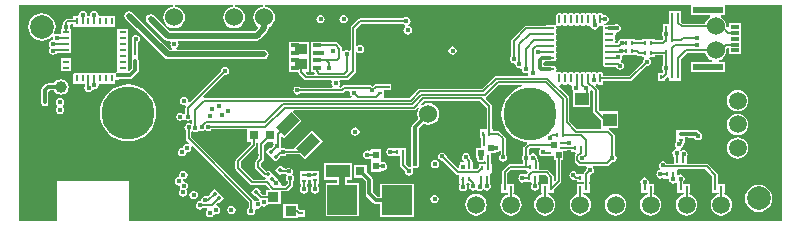
<source format=gbl>
%FSTAX23Y23*%
%MOIN*%
%SFA1B1*%

%IPPOS*%
%AMD41*
4,1,4,-0.001400,0.008300,-0.008300,0.001400,0.001400,-0.008300,0.008300,-0.001400,-0.001400,0.008300,0.0*
%
%AMD82*
4,1,4,-0.008300,-0.001400,-0.001400,-0.008300,0.008300,0.001400,0.001400,0.008300,-0.008300,-0.001400,0.0*
%
%AMD83*
4,1,4,-0.039000,-0.011100,-0.011100,-0.039000,0.039000,0.011100,0.011100,0.039000,-0.039000,-0.011100,0.0*
%
%ADD12R,0.007900X0.015700*%
%ADD13R,0.019700X0.019700*%
%ADD14C,0.039400*%
%ADD15R,0.078700X0.043300*%
%ADD16R,0.031500X0.031500*%
%ADD20R,0.011000X0.016900*%
%ADD21R,0.015700X0.007900*%
%ADD22R,0.019700X0.019700*%
%ADD26R,0.013800X0.009800*%
%ADD27R,0.016900X0.011000*%
%ADD40R,0.009800X0.013800*%
G04~CAMADD=41~9~0.0~0.0~98.0~138.0~0.0~0.0~0~0.0~0.0~0.0~0.0~0~0.0~0.0~0.0~0.0~0~0.0~0.0~0.0~45.0~166.0~165.0*
%ADD41D41*%
%ADD47C,0.011800*%
%ADD48C,0.005900*%
%ADD51C,0.008000*%
%ADD52C,0.019700*%
%ADD54C,0.007900*%
%ADD55C,0.059100*%
%ADD56C,0.060000*%
%ADD57O,0.063000X0.035400*%
%ADD58C,0.019700*%
%ADD59C,0.078700*%
%ADD60C,0.177200*%
%ADD61C,0.015700*%
%ADD62C,0.026000*%
%ADD73R,0.047200X0.043300*%
%ADD74R,0.029500X0.031500*%
%ADD75R,0.023600X0.009800*%
%ADD76R,0.009800X0.023600*%
%ADD77R,0.141700X0.141700*%
%ADD78R,0.017100X0.017100*%
%ADD79R,0.031500X0.013800*%
%ADD80R,0.102400X0.023600*%
%ADD81R,0.098400X0.098400*%
G04~CAMADD=82~9~0.0~0.0~98.0~138.0~0.0~0.0~0~0.0~0.0~0.0~0.0~0~0.0~0.0~0.0~0.0~0~0.0~0.0~0.0~135.0~166.0~165.0*
%ADD82D82*%
G04~CAMADD=83~9~0.0~0.0~394.0~709.0~0.0~0.0~0~0.0~0.0~0.0~0.0~0~0.0~0.0~0.0~0.0~0~0.0~0.0~0.0~135.0~780.0~779.0*
%ADD83D83*%
%ADD84R,0.037400X0.033500*%
%ADD85R,0.129900X0.129900*%
%ADD86O,0.031500X0.009800*%
%ADD87O,0.009800X0.031500*%
%ADD88R,0.021700X0.023600*%
%ADD89R,0.027600X0.011800*%
%ADD90R,0.039400X0.037300*%
%ADD91R,0.039400X0.037200*%
%LNvapeix_mini_pcb-1*%
%LPD*%
G36*
X04548Y03004D02*
X0237D01*
X02369Y03008*
Y03009*
Y03136*
X02132*
Y03009*
Y03008*
X0213Y03004*
X02004*
Y03722*
X02517*
X02517Y03717*
X02511Y03717*
X02502Y03713*
X02495Y03707*
X02489Y037*
X02486Y03691*
X02484Y03682*
X02486Y03672*
X02489Y03663*
X02495Y03656*
X02502Y0365*
X02511Y03647*
X02521Y03645*
X0253Y03647*
X02539Y0365*
X02546Y03656*
X02552Y03663*
X02556Y03672*
X02557Y03682*
X02556Y03691*
X02552Y037*
X02546Y03707*
X02539Y03713*
X0253Y03717*
X02524Y03717*
X02524Y03722*
X02717*
X02717Y03717*
X02711Y03717*
X02702Y03713*
X02695Y03707*
X02689Y037*
X02686Y03691*
X02684Y03682*
X02686Y03672*
X02689Y03663*
X02695Y03656*
X02702Y0365*
X02711Y03647*
X02721Y03645*
X0273Y03647*
X02739Y0365*
X02746Y03656*
X02752Y03663*
X02756Y03672*
X02757Y03682*
X02756Y03691*
X02752Y037*
X02746Y03707*
X02739Y03713*
X0273Y03717*
X02724Y03717*
X02724Y03722*
X02817*
X02817Y03717*
X02811Y03717*
X02802Y03713*
X02795Y03707*
X02789Y037*
X02786Y03691*
X02784Y03682*
X02786Y03672*
X02789Y03663*
X02795Y03656*
X02798Y03653*
X02799Y03647*
X02789Y03637*
X02505*
X02454Y03688*
X02449Y03691*
X02443Y03693*
X02436Y03691*
X02431Y03688*
X02428Y03683*
X02426Y03677*
X02428Y0367*
X02431Y03665*
X02487Y03609*
X02492Y03606*
X02499Y03604*
X02508*
X0251Y03599*
X02509Y03597*
X02508Y03592*
X02509Y03586*
X02512Y03582*
X02515Y03579*
X02513Y03574*
X02505*
X02382Y03698*
X02377Y03701*
X02371Y03703*
X02364Y03701*
X02359Y03698*
X02356Y03693*
X02354Y03687*
X02356Y0368*
X02359Y03675*
X02487Y03547*
X02493Y03544*
X02499Y03542*
X02821*
X02827Y03544*
X02832Y03547*
X02835Y03552*
X02837Y03558*
X02835Y03564*
X02832Y0357*
X02827Y03573*
X02821Y03574*
X0253*
X02528Y03579*
X02531Y03582*
X02535Y03586*
X02536Y03592*
X02535Y03597*
X02533Y03599*
X02535Y03604*
X02796*
X02802Y03606*
X02807Y03609*
X02832Y03634*
X02835Y03639*
X02837Y03646*
Y03649*
X02839Y0365*
X02846Y03656*
X02852Y03663*
X02856Y03672*
X02857Y03682*
X02856Y03691*
X02852Y037*
X02846Y03707*
X02839Y03713*
X0283Y03717*
X02824Y03717*
X02824Y03722*
X04243*
Y03688*
X04307*
X04308Y03683*
X04307Y03683*
X043Y03677*
X04294Y0367*
X04291Y03661*
Y03661*
X04216*
X0421Y03667*
Y03675*
X04212*
Y03704*
X04169*
Y03675*
X04171Y03671*
Y03659*
X04149*
Y03635*
X04147Y03632*
X04146Y03627*
X04147Y03621*
X04149Y03618*
Y03608*
X04146Y03606*
X04123*
Y03611*
X0408*
Y03605*
X04057*
Y03608*
X04018*
X04018Y03609*
X04013Y0361*
X04007Y03609*
X04003Y03605*
X04Y03601*
X03999Y03596*
X03998Y03595*
X03993*
X03991Y036*
X03992Y03602*
X03993Y03606*
X03992Y0361*
X03991Y03613*
X0399Y03616*
X03991Y03619*
X03992Y03622*
X03993Y03626*
X03993Y03627*
X03995Y03631*
X03996Y03632*
X04001Y03633*
X04005Y03636*
X04009Y0364*
X0401Y03646*
X04009Y03651*
X04005Y03655*
X04001Y03659*
X03996Y0366*
X0399Y03659*
X03989Y03657*
X03971*
X03966Y03657*
X03966Y03656*
X0396*
X03958Y03656*
X03954Y03659*
X03954Y0366*
X03956Y03661*
X03961Y03662*
X03965Y03665*
X03969Y0367*
X0397Y03675*
X03969Y0368*
X03965Y03685*
X03961Y03688*
X03956Y03689*
X03954Y03689*
X03952Y0369*
X03949Y03694*
X03946Y03696*
X03941Y03697*
X03937Y03696*
X03935Y03695*
X03932Y03694*
X03928Y03695*
X03926Y03696*
X03922Y03697*
X03918Y03696*
X03915Y03695*
X03912Y03694*
X03909Y03695*
X03906Y03696*
X03902Y03697*
X03898Y03696*
X03896Y03695*
X03892Y03694*
X03889Y03695*
X03887Y03696*
X03882Y03697*
X03878Y03696*
X03876Y03695*
X03873Y03694*
X03869Y03695*
X03867Y03696*
X03863Y03697*
X03858Y03696*
X03856Y03695*
X03853Y03694*
X03849Y03695*
X03847Y03696*
X03843Y03697*
X03839Y03696*
X03837Y03695*
X03833Y03694*
X0383Y03695*
X03828Y03696*
X03823Y03697*
X03819Y03696*
X03817Y03695*
X03813Y03694*
X0381Y03695*
X03808Y03696*
X03804Y03697*
X03799Y03696*
X03796Y03694*
X03793Y0369*
X03793Y03686*
Y03664*
X03793Y0366*
X03795Y03658*
X03791Y03654*
X03789Y03656*
X03785Y03656*
X03763*
X03759Y03656*
X03757Y03654*
X03695*
X03692Y03654*
X03689Y03652*
X03646Y03609*
X03644Y03606*
X03644Y03603*
Y03554*
X03643Y03553*
X0364Y03549*
X03639Y03544*
X0364Y03538*
X03643Y03534*
X03647Y03531*
X03653Y03529*
X03653Y0353*
X03657Y03527*
X03659Y03521*
X03662Y03517*
X03666Y03514*
X03672Y03512*
X03674Y03513*
X03678Y0351*
X03679Y03509*
X0368Y03504*
X03683Y035*
X03687Y03497*
X03693Y03495*
X03697Y03496*
X03699Y03496*
X03702Y03493*
X03702Y03491*
X037Y03486*
X03594*
X0359Y03486*
X03587Y03484*
X03548Y03444*
X0334*
X03336Y03444*
X03333Y03442*
X03305Y03413*
X03221*
X0322Y03418*
Y03438*
X03245*
Y03459*
X0322*
Y03461*
X03191*
Y03458*
X0319Y03458*
X03187Y03456*
X03183Y03451*
X03182Y03452*
X0318Y03451*
X03179Y03453*
X03176Y03455*
X03173Y03455*
X03088*
X03085Y03455*
X03082Y03453*
X03077Y03447*
X03072Y03448*
X03071Y03449*
X0307Y03452*
X03073Y03456*
X03074Y03462*
X03073Y03467*
X03072Y03468*
X03075Y03473*
X03097*
X031Y03473*
X03103Y03475*
X03124Y03496*
X03126Y03499*
X03127Y03503*
Y03564*
X03128Y03565*
X03132Y03566*
X03135Y03563*
X03141Y03562*
X03146Y03563*
X0315Y03566*
X03154Y03571*
X03155Y03576*
X03154Y03582*
X0315Y03586*
X03146Y03589*
X03141Y0359*
X03135Y03589*
X03132Y03587*
X03128Y03588*
X03127Y03589*
Y03642*
X03144Y0366*
X03284*
X03285Y03659*
X03289Y03656*
X03291Y03655*
X03292Y0365*
X0329Y03648*
X03287Y03644*
X03285Y03639*
X03287Y03633*
X0329Y03629*
X03294Y03626*
X033Y03624*
X03305Y03626*
X03309Y03629*
X03313Y03633*
X03314Y03639*
X03313Y03644*
X03309Y03648*
X03305Y03652*
X03303Y03652*
X03302Y03657*
X03304Y03659*
X03308Y03663*
X03309Y03669*
X03308Y03674*
X03304Y03678*
X033Y03682*
X03295Y03683*
X03289Y03682*
X03285Y03678*
X03284Y03678*
X03141*
X03137Y03677*
X03134Y03675*
X03111Y03652*
X03109Y03649*
X03109Y03646*
Y03573*
X03104Y03571*
X03101Y03573*
X03096Y03574*
X0309Y03573*
X03087Y0357*
X03083Y03571*
X03082Y03572*
Y03576*
X03081Y03579*
X03079Y03583*
X03066Y03596*
X03062Y03598*
X03059Y03599*
X03015*
Y036*
X02976*
Y03577*
Y03575*
Y03572*
Y03554*
Y03551*
Y03549*
Y03526*
Y03524*
Y035*
X02987*
X02987Y03498*
X02989Y03496*
X02988Y03493*
X02987Y03491*
X02964*
X02959Y03496*
X02961Y035*
X0297*
Y03546*
Y03549*
Y03554*
Y036*
X02919*
X02903*
Y03577*
Y03575*
Y03554*
Y03551*
Y03546*
Y03526*
Y03524*
Y035*
X02935*
Y03498*
X02936Y03494*
X02938Y03491*
X02954Y03475*
X02957Y03473*
X02961Y03473*
X03044*
X03047Y03468*
X03047Y03467*
X03045Y03462*
X03047Y03456*
X03049Y03452*
X03048Y03449*
X03047Y03447*
X02942*
X02942Y03448*
X02937Y03451*
X02932Y03452*
X02926Y03451*
X02922Y03448*
X02919Y03444*
X02918Y03438*
X02919Y03433*
X02922Y03428*
X02926Y03425*
X02932Y03424*
X02937Y03425*
X02942Y03428*
X02942Y03429*
X0308*
X03084Y0343*
X03087Y03432*
X03092Y03437*
X03104*
X03107Y03432*
X03107Y0343*
X03108Y03424*
X03111Y0342*
X03113Y03418*
X03111Y03413*
X02622*
X0262Y03413*
X02619Y03415*
X02618Y03417*
X02688Y03488*
X0269Y03488*
X02695Y03489*
X02699Y03492*
X02703Y03496*
X02704Y03502*
X02703Y03507*
X02699Y03512*
X02695Y03515*
X0269Y03516*
X02684Y03515*
X0268Y03512*
X02677Y03507*
X02676Y03502*
X02676Y03501*
X02573Y03398*
X02568Y034*
X02568Y03402*
X02567Y03407*
X02564Y03412*
X0256Y03415*
X02554Y03416*
X02549Y03415*
X02544Y03412*
X02541Y03407*
X0254Y03402*
X02541Y03396*
X02544Y03392*
X02549Y03389*
X02554Y03388*
X02556Y03388*
X02559Y03383*
X02559Y03383*
X02558Y03379*
Y03361*
X02557Y0336*
X02557Y0336*
X02552*
X02551Y0336*
X02547Y03364*
X02542Y03365*
X02536Y03364*
X02532Y0336*
X02529Y03356*
X02528Y03351*
X02529Y03345*
X02532Y03341*
X02536Y03338*
X02542Y03337*
X02547Y03338*
X02551Y03341*
X02552Y03341*
X02557*
X02557Y03341*
X02562Y03338*
X02567Y03337*
X02572Y03338*
X02577Y0334*
X02579Y0334*
X02582Y03338*
Y03328*
X02577Y03326*
X02576Y03326*
X02574Y03328*
X02569Y03329*
X02563Y03328*
X02559Y03324*
X02556Y0332*
X02554Y03315*
X02556Y03309*
X02559Y03305*
X0256Y03304*
Y03279*
X0256Y03275*
X02562Y03272*
X0257Y03264*
X02567Y0326*
X02564Y03261*
X02558Y0326*
X02554Y03256*
X02551Y03252*
X0255Y0325*
X02548Y03246*
X02545Y03245*
X02542Y03245*
X02538Y03241*
X02535Y03237*
X02534Y03232*
X02535Y03226*
X02538Y03222*
X02542Y03219*
X02548Y03218*
X02553Y03219*
X02557Y03222*
X02561Y03226*
X02561Y03228*
X02563Y03232*
X02566Y03233*
X02569Y03234*
X02573Y03237*
X02577Y03241*
X02578Y03247*
X02577Y0325*
X02581Y03253*
X02769Y03066*
Y03047*
X02768Y03046*
X02765Y03042*
X02764Y03037*
X02765Y03031*
X02768Y03027*
X02772Y03024*
X02778Y03022*
X02783Y03024*
X02787Y03027*
X02791Y03031*
X02792Y03037*
X02791Y0304*
X02791Y03041*
X02794Y03044*
X02795Y03044*
X02799Y03044*
X02804Y03045*
X02808Y03048*
X02812Y03052*
X02813Y03053*
X02814Y03052*
X0282Y03051*
X02825Y03052*
X02829Y03055*
X02833Y03059*
X02833Y0306*
X02877*
Y03102*
X02895*
X02898Y03102*
X02901Y03104*
X02914Y03117*
X02916Y0312*
X02917Y03124*
Y03135*
X02917Y03136*
X02921Y0314*
X02922Y03146*
X02921Y03151*
X02917Y03155*
X02913Y03158*
X02916Y03162*
X02917Y03168*
X02916Y03173*
X02912Y03177*
X02908Y03181*
X02903Y03182*
X02897Y03181*
X02893Y03177*
X02888Y03179*
X02876Y0319*
X02858Y03172*
X02874Y03157*
X02877Y0316*
X02878Y03159*
X02881Y03159*
X02892*
X02893Y03158*
X02897Y03155*
X02895Y03151*
X02893Y03146*
X02895Y0314*
X02898Y03136*
X02899Y03135*
Y03127*
X02891Y0312*
X02879*
X02876Y03125*
X02877Y03128*
X02875Y03133*
X02872Y03137*
X02868Y03141*
X02867Y03141*
X02864Y03145*
X02835Y03174*
X02827Y03167*
X02809Y03186*
Y03193*
X02809Y03194*
X02818Y03203*
X0282Y03205*
X0282Y03209*
Y03256*
X0283Y03266*
X02851*
X02852Y03263*
X02853Y03261*
X0285Y03257*
X02849Y03252*
X02849Y03251*
X02845Y03247*
X02842Y03249*
X02827Y03234*
X02842Y03218*
X02842Y03218*
X0286Y032*
X02875Y03215*
X02873Y03218*
X02877Y03222*
X02879Y03221*
X02885Y03219*
X0289Y03221*
X02894Y03224*
X02895Y03225*
X02942*
X02957Y03209*
X03016Y03268*
X02979Y03304*
X02921Y03246*
X0292Y03243*
X02895*
X02894Y03243*
X0289Y03247*
X02885Y03248*
X02881Y03247*
X02877Y0325*
X02877Y03251*
X02877Y03252*
X02876Y03257*
X02876Y03258*
Y03284*
X02881Y03286*
X02888Y03279*
X02946Y03337*
X02917Y03367*
X02919Y03372*
X03319*
X03322Y03372*
X03325Y03374*
X03335Y03384*
X03338Y03381*
X03336Y03378*
X03333Y03369*
X03331Y0336*
X03333Y0335*
X03335Y03344*
X03315Y03324*
X03313Y0332*
X03312Y03316*
Y03199*
X03311Y03198*
X0331Y03192*
X03311Y03187*
X03312Y03186*
X0331Y03183*
X03309Y03182*
X03304Y03183*
X03302Y03182*
X03293Y03192*
Y03218*
X03295*
Y03247*
X03252*
X03247Y03245*
X03247Y03246*
X03242Y03247*
X03236Y03246*
X03232Y03242*
X03229Y03238*
X03228Y03233*
X03229Y03227*
X03232Y03223*
X03236Y0322*
X03242Y03219*
X03247Y0322*
X03247Y0322*
X03252Y03218*
X03275*
Y03189*
X03275Y03185*
X03277Y03182*
X0329Y0317*
X03289Y03169*
X03291Y03163*
X03294Y03159*
X03298Y03156*
X03304Y03154*
X03309Y03156*
X03313Y03159*
X03317Y03163*
X03318Y03169*
X03317Y03174*
X03316Y03175*
X03318Y03178*
X03319Y03179*
X03324Y03178*
X03329Y03179*
X03334Y03183*
X03337Y03187*
X03338Y03192*
X03337Y03198*
X03336Y03199*
Y03311*
X03352Y03327*
X03358Y03325*
X03368Y03323*
X03377Y03325*
X03386Y03328*
X03393Y03334*
X03399Y03341*
X03403Y0335*
X03404Y0336*
X03403Y03369*
X03399Y03378*
X03393Y03385*
X03386Y03391*
X03377Y03395*
X03368Y03396*
X03358Y03395*
X03349Y03391*
X03346Y03389*
X03343Y03392*
X03353Y03403*
X03541*
X03563Y03381*
Y03308*
X0354*
Y03279*
X03543*
Y03273*
X03543*
Y03246*
X03528*
Y03215*
X0353Y0321*
X03531Y03207*
X03534Y03203*
X03538Y032*
X03544Y03199*
X03549Y032*
X03553Y03203*
X03556Y03202*
X03559Y03201*
Y03193*
X03536*
Y0318*
X03531Y03175*
X03517*
Y03198*
X03514*
Y03203*
X03514Y03206*
X03512Y03209*
X03507Y03214*
X03507Y03215*
X03506Y0322*
X03503Y03224*
X03499Y03228*
X03493Y03229*
X03488Y03228*
X03483Y03224*
X0348Y0322*
X03479Y03215*
X0348Y03209*
X03483Y03205*
X03486Y03203*
X03484Y03198*
X03474*
Y03191*
X03472Y03189*
X03471Y03183*
X03472Y0318*
X03467Y03178*
X03428Y03216*
X03429Y03218*
X03428Y03223*
X03424Y03227*
X0342Y03231*
X03415Y03232*
X03409Y03231*
X03405Y03227*
X03402Y03223*
X034Y03218*
X03402Y03212*
X03405Y03208*
X03409Y03205*
X03415Y03203*
X03416Y03204*
X0346Y03159*
X03463Y03157*
X03467Y03157*
X03472*
Y0313*
X03473Y03125*
X03471Y03122*
X03469Y03117*
X03471Y03111*
X03474Y03107*
X03478Y03104*
X03484Y03103*
X03489Y03104*
X03493Y03107*
X03497Y03111*
X03498Y03117*
X03497Y03122*
X03494Y03125*
X03496Y0313*
X03497Y0313*
X03504*
X03507Y03126*
X03505Y03123*
X03504Y03118*
X03505Y03113*
X03508Y03108*
X03513Y03105*
X03518Y03104*
X03523Y03105*
X03528Y03108*
X0353Y03107*
X0353Y03107*
X03534Y03104*
X0354Y03103*
X03545Y03104*
X03548Y03106*
X03553Y03108*
X03557Y03105*
X03563Y03104*
X03568Y03105*
X03572Y03108*
X03576Y03112*
X03577Y03118*
X03576Y03123*
X03573Y03126*
X03575Y03131*
Y0316*
X03576Y03164*
X03579*
Y03193*
X03577*
Y03202*
X03578*
Y0323*
X03583Y03231*
X03592*
Y03231*
X03594Y03233*
X03599Y03234*
X03603Y03237*
X03604Y03237*
X03609Y03235*
Y03225*
X03608Y03224*
X03605Y0322*
X03604Y03215*
X03605Y03209*
X03608Y03205*
X03612Y03202*
X03618Y032*
X03623Y03202*
X03627Y03205*
X03631Y03209*
X03632Y03215*
X03631Y0322*
X03627Y03224*
X03627Y03225*
Y03278*
X03626Y03281*
X03624Y03284*
X03608Y033*
X03605Y03302*
X03602Y03303*
X03583*
Y03308*
X03581*
Y03385*
X0358Y03388*
X03578Y03391*
X03559Y0341*
X0356Y03413*
X0356Y03415*
X03563Y03417*
X03602Y03457*
X03681*
X03682Y03452*
X0367Y03448*
X03654Y03439*
X03639Y03427*
X03628Y03413*
X03619Y03396*
X03613Y03379*
X03612Y0336*
X03613Y03342*
X03619Y03324*
X03628Y03307*
X03639Y03293*
X03654Y03281*
X0367Y03272*
X03688Y03267*
X03696Y03266*
X03697Y03264*
X03697Y03261*
X03687Y03251*
X03685Y03248*
X03685Y03245*
Y03225*
X03684Y03224*
X03681Y0322*
X03679Y03214*
X03681Y03209*
X03684Y03204*
X03685Y03204*
Y03192*
X03639*
X03636Y03192*
X03633Y0319*
X03616Y03173*
X03614Y0317*
X03613Y03167*
Y03126*
X03611*
Y03097*
X03634*
Y03091*
X03626Y03088*
X03618Y03082*
X03613Y03075*
X03609Y03066*
X03608Y03057*
X03609Y03048*
X03613Y03039*
X03618Y03032*
X03626Y03026*
X03634Y03023*
X03644Y03021*
X03653Y03023*
X03661Y03026*
X03669Y03032*
X03675Y03039*
X03678Y03048*
X03679Y03057*
X03678Y03066*
X03675Y03075*
X03669Y03082*
X03661Y03088*
X03653Y03092*
X03652Y03092*
Y03097*
X03654*
Y03126*
X03632*
Y03163*
X03643Y03174*
X03694*
Y03169*
X03698*
X037Y03165*
X03698Y03163*
X03698Y03163*
X03698Y03162*
X03697Y03161*
X03693*
Y0316*
X03688Y03158*
X03687Y03158*
X03682Y03159*
X03676Y03158*
X03672Y03155*
X03669Y03151*
X03667Y03145*
X03669Y0314*
X03672Y03136*
X03676Y03132*
X03682Y03131*
X03687Y03132*
X03688Y03133*
X03693Y03132*
X03712*
X03713Y03129*
X03713Y03127*
X03711Y03123*
X03709Y03118*
X03711Y03112*
X03714Y03108*
X03718Y03105*
X03724Y03104*
X03729Y03105*
X03733Y03108*
X03737Y03112*
X03738Y03118*
X03737Y03123*
X03734Y03127*
X03735Y03132*
X03736*
Y03156*
X03759*
X03768Y03147*
Y03126*
X03745*
Y03097*
X03747*
Y03092*
X03747Y03092*
X03739Y03088*
X03731Y03082*
X03726Y03075*
X03722Y03066*
X03721Y03057*
X03722Y03048*
X03726Y03039*
X03731Y03032*
X03739Y03026*
X03747Y03023*
X03757Y03021*
X03766Y03023*
X03774Y03026*
X03782Y03032*
X03788Y03039*
X03791Y03048*
X03792Y03057*
X03791Y03066*
X03788Y03075*
X03782Y03082*
X03774Y03088*
X03766Y03092*
X03766Y03092*
Y03097*
X03788*
Y03108*
X03809Y03129*
X03811Y03132*
X03812Y03135*
Y03207*
X03818*
Y03237*
X03829*
Y03238*
X03844*
Y03232*
X03858*
X0386Y03228*
X03858Y03226*
X03857Y03223*
X03856Y03219*
Y03205*
X03857Y03201*
X03858Y03199*
X03868Y03189*
X03871Y03187*
X03874Y03187*
X03895*
X03897Y03182*
X03897Y03181*
X03894Y03177*
X03893Y03172*
X03893Y0317*
X03888Y03166*
X03886Y03163*
X03886Y03161*
X03864*
X03861Y03164*
X03857Y03168*
X03852Y03169*
X03846Y03168*
X03842Y03164*
X03839Y0316*
X03837Y03155*
X03839Y03149*
X03842Y03145*
X03846Y03142*
X03852Y0314*
X03853Y03141*
X03853Y0314*
X03856Y03138*
X0386Y03138*
X03863*
Y03132*
X03886*
Y03126*
X03863*
Y03097*
X03865*
Y03092*
X03865Y03092*
X03857Y03088*
X03849Y03082*
X03844Y03075*
X0384Y03066*
X03839Y03057*
X0384Y03048*
X03844Y03039*
X03849Y03032*
X03857Y03026*
X03865Y03023*
X03875Y03021*
X03884Y03023*
X03892Y03026*
X039Y03032*
X03906Y03039*
X03909Y03048*
X0391Y03057*
X03909Y03066*
X03906Y03075*
X039Y03082*
X03892Y03088*
X03884Y03092*
X03884Y03092*
Y03097*
X03906*
Y03126*
X03904*
Y03132*
X03906*
Y03157*
X03907Y03157*
X03912Y03159*
X03916Y03162*
X0392Y03166*
X03921Y03172*
X0392Y03177*
X03916Y03181*
X03916Y03182*
X03918Y03187*
X03965*
X03968Y03187*
X03971Y03189*
X0398Y03199*
X03982Y03198*
X03987Y032*
X03991Y03203*
X03995Y03207*
X03996Y03213*
X03995Y03218*
X03991Y03222*
X03991Y03223*
Y03285*
X0399Y03288*
X03988Y03291*
X03973Y03306*
X0397Y03308*
X0397Y03308*
X0397Y03313*
X04002*
Y03368*
X03943*
X03939Y0337*
X03936Y03373*
Y03438*
X03935Y03441*
X03933Y03444*
X03926Y03451*
X03926Y03451*
X03925Y03452*
X03926Y03456*
X03927Y03457*
X03928Y03459*
X03934Y03459*
X03937Y03457*
X03941Y03456*
X03946Y03457*
X03949Y03459*
X03952Y03463*
X03952Y03467*
Y03469*
X04041*
X04045Y0347*
X04048Y03472*
X04095Y0352*
X04097Y03519*
X04102Y03521*
X04106Y03524*
X0411Y03528*
X04111Y03534*
X0411Y03539*
X04106Y03543*
X04105Y03544*
X04107Y03549*
X04123*
Y03555*
X0415*
Y03522*
X04148Y03519*
X04147Y03514*
X04148Y03508*
X04151Y03504*
X04152Y03503*
Y03495*
X04152Y03495*
X04135*
Y0347*
X04156*
Y03475*
X04158Y03476*
X04164Y03482*
X04169Y0348*
Y0347*
X04212*
Y03499*
X0421*
Y03543*
X04231Y03564*
X04291*
Y03563*
X04294Y03555*
X043Y03547*
X04307Y03541*
X04314Y03539*
X04313Y03534*
X04243*
Y03498*
X04357*
Y03534*
X04338*
X04337Y03539*
X04344Y03541*
X04351Y03547*
X04357Y03555*
X04361Y03563*
X04362Y03573*
X04361Y03577*
X04365Y0358*
X04369Y03579*
Y03559*
X04412*
Y03578*
Y03618*
Y03663*
X04369*
Y03651*
X04364Y03648*
X04362Y0365*
X04362Y03652*
X04361Y03661*
X04357Y0367*
X04351Y03677*
X04344Y03683*
X04343Y03683*
X04344Y03688*
X04357*
Y03722*
X04548*
Y03004*
G37*
G36*
X03896Y03655D02*
X03898Y03654D01*
X03902Y03653*
X03906Y03654*
X03907Y03654*
X0391Y0365*
X03913Y03646*
X03917Y03643*
X03923Y03641*
X03928Y03643*
X03932Y03646*
X03936Y0365*
X03936Y03651*
X03937Y03654*
X03941Y03653*
X03946Y03654*
X03948Y03655*
X03951Y03652*
X0395Y0365*
X03949Y03645*
X0395Y03641*
X03951Y03639*
X03952Y03636*
X03951Y03632*
X0395Y0363*
X03949Y03626*
X0395Y03622*
X03951Y03619*
X03952Y03616*
X03951Y03613*
X0395Y0361*
X03949Y03606*
X0395Y03602*
X03951Y036*
X03952Y03596*
X03951Y03593*
X0395Y03591*
X03949Y03586*
X0395Y03582*
X03951Y0358*
X03952Y03577*
X03951Y03573*
X0395Y03571*
X03949Y03567*
X0395Y03562*
X03951Y0356*
X03952Y03557*
X03951Y03553*
X0395Y03551*
X03949Y03547*
X0395Y03543*
X03951Y03541*
X03952Y03537*
X03951Y03534*
X0395Y03532*
X03949Y03527*
X0395Y03523*
X03952Y0352*
X03956Y03517*
X0396Y03516*
X03982*
X03986Y03517*
X03987Y03518*
X03992Y03517*
X03993Y03515*
X03996Y03511*
X04Y03508*
X04006Y03506*
X04011Y03508*
X04015Y03511*
X04019Y03515*
X0402Y03521*
X04019Y03526*
X04015Y0353*
X04012Y03533*
X04011Y03535*
X0401Y03539*
X04013Y03542*
X04014Y03548*
X04013Y03553*
X04017Y03556*
X04017*
X04017Y03556*
X04057*
X04062Y03557*
X04063Y03556*
X04066Y03554*
X0407Y03554*
X0408*
Y03549*
X04086*
X04088Y03544*
X04087Y03543*
X04084Y03539*
X04083Y03534*
X04083Y03532*
X04037Y03487*
X03952*
Y03489*
X03952Y03493*
X03949Y03497*
X03946Y03499*
X03941Y035*
X03937Y03499*
X03935Y03498*
X03932Y03497*
X03928Y03498*
X03926Y03499*
X03922Y035*
X03918Y03499*
X03915Y03498*
X03912Y03497*
X03909Y03498*
X03906Y03499*
X03902Y035*
X03898Y03499*
X03896Y03498*
X03892Y03497*
X03889Y03498*
X03887Y03499*
X03882Y035*
X03878Y03499*
X03876Y03498*
X03873Y03497*
X03869Y03498*
X03867Y03499*
X03863Y035*
X03858Y03499*
X03856Y03498*
X03853Y03497*
X03849Y03498*
X03847Y03499*
X03843Y035*
X03839Y03499*
X03837Y03498*
X03833Y03497*
X0383Y03498*
X03828Y03499*
X03823Y035*
X03819Y03499*
X03817Y03498*
X03813Y03497*
X0381Y03498*
X03808Y03499*
X03804Y035*
X03799Y03499*
X03797Y03498*
X03794Y03501*
X03795Y03503*
X03796Y03508*
X03795Y03512*
X03793Y03515*
X03789Y03518*
X03785Y03519*
X03779*
X03779Y03519*
X03774Y0352*
X03756*
X03752Y03525*
X03753Y03527*
X03752Y0353*
X03755Y03534*
X03756Y03535*
X03774*
X03779Y03536*
X03779Y03536*
X03785*
X03789Y03537*
X03793Y03539*
X03795Y03543*
X03796Y03547*
X03795Y03551*
X03794Y03553*
X03793Y03557*
X03794Y0356*
X03795Y03562*
X03796Y03567*
X03795Y03571*
X03794Y03573*
X03793Y03577*
X03794Y0358*
X03795Y03582*
X03796Y03586*
X03795Y03591*
X03794Y03593*
X03793Y03596*
X03794Y036*
X03795Y03602*
X03796Y03606*
X03795Y0361*
X03794Y03613*
X03793Y03616*
X03794Y03619*
X03795Y03622*
X03796Y03626*
X03795Y0363*
X03794Y03632*
X03793Y03636*
X03794Y03639*
X03795Y03641*
X03796Y03645*
X03795Y0365*
X03794Y03652*
X03797Y03655*
X03799Y03654*
X03804Y03653*
X03808Y03654*
X0381Y03655*
X03813Y03656*
X03817Y03655*
X03819Y03654*
X03823Y03653*
X03828Y03654*
X0383Y03655*
X03833Y03656*
X03837Y03655*
X03839Y03654*
X03843Y03653*
X03847Y03654*
X03849Y03655*
X03853Y03656*
X03856Y03655*
X03858Y03654*
X03863Y03653*
X03867Y03654*
X03869Y03655*
X03873Y03656*
X03876Y03655*
X03878Y03654*
X03882Y03653*
X03887Y03654*
X03889Y03655*
X03892Y03656*
X03896Y03655*
G37*
G36*
X03817Y03459D02*
X03819Y03457D01*
X03823Y03456*
X03828Y03457*
X0383Y03459*
X03833Y03459*
X03837Y03459*
X03839Y03457*
X03843Y03456*
X03845Y03457*
X03848Y03452*
X03848Y03452*
X03847Y03447*
X03848Y03441*
X03849Y03438*
Y03383*
X03908*
Y03436*
X03913Y03438*
X03913*
X03913Y03438*
X03918Y03434*
Y0337*
X03918Y03366*
X0392Y03363*
X03943Y0334*
Y03313*
X03941Y03309*
X03865*
X03838Y03335*
Y03413*
X03838Y03417*
X03836Y0342*
X03804Y03451*
X03806Y03457*
X03808Y03457*
X0381Y03459*
X03813Y03459*
X03817Y03459*
G37*
G36*
X02765Y03266D02*
X02777D01*
Y03259*
X02738Y0322*
X02728Y0321*
X02726Y03207*
X02725Y03204*
Y03179*
X02726Y03176*
X02728Y03173*
X02775Y03125*
X02778Y03123*
X02781Y03123*
X02827*
X0284Y03109*
X02838Y03105*
X02827*
Y03091*
X02816*
X02808Y03099*
X0281Y03102*
X02795Y03117*
X02777Y03099*
X02792Y03084*
X02795Y03087*
X02805Y03077*
X02805Y03073*
X02804Y03071*
X02804Y03071*
X02799Y03072*
X02793Y03071*
X02792Y03069*
X02791*
X02786Y03072*
X02786Y03073*
X02784Y03076*
X02578Y03282*
Y033*
X02583Y03302*
X02583Y03302*
X02585Y03301*
X02591Y03299*
X02596Y03301*
X026Y03304*
X02603Y03307*
X02608Y03304*
X02613Y03303*
X02618Y03304*
X02623Y03307*
X02624*
X02625Y03307*
X02629Y03304*
X02635Y03302*
X0264Y03304*
X02644Y03307*
X02645Y03308*
X02765*
Y03266*
G37*
G36*
X02802Y03261D02*
X02802Y0326D01*
Y03213*
X02795Y03205*
X02793Y03202*
X02791Y032*
X02791Y03197*
Y03182*
X02791Y03178*
X02793Y03175*
X02818Y03151*
X0282Y03149*
X02824Y03149*
X02826Y03146*
X02824Y03141*
X02785*
X02743Y03183*
Y032*
X02751Y03208*
X02792Y03249*
X02794Y03252*
X02795Y03255*
Y03263*
X02799Y03264*
X02802Y03261*
G37*
G36*
X03739Y03245D02*
X0374Y03241D01*
X03738Y03238*
X03736Y03232*
X03738Y03227*
X03741Y03222*
X03745Y03219*
X03751Y03218*
X03756Y03219*
X03758Y03221*
X03786*
X03787Y03217*
Y03207*
X03794*
Y03139*
X0379Y03136*
X03786Y03137*
Y03151*
X03785Y03155*
X03783Y03157*
X0377Y03171*
X03767Y03173*
X03763Y03174*
X03737*
Y03198*
X03735*
Y03206*
X03734Y03209*
X03732Y03212*
X03731Y03212*
X03732Y03214*
X03731Y03219*
X03727Y03223*
X03723Y03227*
X03718Y03228*
X03712Y03227*
X03708Y03223*
X03703Y03225*
Y03241*
X03708Y03246*
X03738*
X03739Y03245*
G37*
%LNvapeix_mini_pcb-2*%
%LPC*%
G36*
X02255Y03703D02*
X0225Y03702D01*
X02245Y03698*
X02242Y03694*
X02241Y03689*
X02239Y03686*
X02232*
X0223Y03689*
X02229Y03694*
X02226Y03698*
X02221Y03702*
X02216Y03703*
X0221Y03702*
X02206Y03698*
X02203Y03694*
X02202Y03689*
X02199Y03686*
X02185*
Y03677*
X02165*
X02161Y03676*
X02159Y03674*
X02154Y0367*
X02152Y03667*
X02152Y03664*
Y03659*
X02151Y03658*
X02148Y03654*
X02147Y03649*
X02147Y03647*
X02144Y03643*
X02143*
Y03627*
X02138Y03624*
X02136Y03626*
X02131Y03627*
X02125Y03626*
X02124Y03625*
X0212Y03629*
X02124Y03638*
X02126Y0365*
X02124Y03662*
X0212Y03673*
X02112Y03682*
X02103Y03689*
X02092Y03694*
X0208Y03695*
X02068Y03694*
X02057Y03689*
X02048Y03682*
X02041Y03673*
X02036Y03662*
X02034Y0365*
X02036Y03638*
X02041Y03627*
X02048Y03618*
X02057Y0361*
X02068Y03606*
X0208Y03604*
X02092Y03606*
X02103Y0361*
X02112Y03617*
X02113*
X02117Y03615*
X02117Y03613*
X02117Y03612*
X02117Y03607*
X02113Y03606*
X02111Y03606*
X02107Y03603*
X02104Y03598*
X02103Y03593*
X02104Y03588*
X02105Y03585*
X02108Y0358*
X02105Y03576*
X02104Y03571*
X02105Y03565*
X02108Y03561*
X02112Y03558*
X02118Y03557*
X02123Y03558*
X02127Y03561*
X0213Y03564*
X02143*
Y03563*
X02178*
Y03602*
Y03643*
X02177*
X02174Y03647*
X02175Y03649*
X02174Y03654*
X02176Y03659*
X02185*
Y0365*
X02325*
Y03686*
X02272*
X02269Y03689*
X02268Y03694*
X02265Y03698*
X02261Y03702*
X02255Y03703*
G37*
G36*
X03086Y0369D02*
X0308Y03689D01*
X03076Y03685*
X03073Y03681*
X03071Y03676*
X03073Y0367*
X03076Y03666*
X0308Y03663*
X03086Y03662*
X03091Y03663*
X03095Y03666*
X03099Y0367*
X031Y03676*
X03099Y03681*
X03095Y03685*
X03091Y03689*
X03086Y0369*
G37*
G36*
X03009D02*
X03003Y03689D01*
X02999Y03685*
X02996Y03681*
X02995Y03676*
X02996Y0367*
X02999Y03666*
X03003Y03663*
X03009Y03662*
X03014Y03663*
X03018Y03666*
X03022Y0367*
X03023Y03676*
X03022Y03681*
X03018Y03685*
X03014Y03689*
X03009Y0369*
G37*
G36*
X03449Y03585D02*
X03443Y03584D01*
X03439Y0358*
X03436Y03576*
X03435Y03571*
X03436Y03565*
X03439Y03561*
X03443Y03558*
X03449Y03557*
X03454Y03558*
X03458Y03561*
X03462Y03565*
X03463Y03571*
X03462Y03576*
X03458Y0358*
X03454Y03584*
X03449Y03585*
G37*
G36*
X02178Y03545D02*
X02143D01*
Y03504*
X02178*
Y03523*
Y03545*
G37*
G36*
X02367Y03643D02*
X02332D01*
Y03602*
Y03563*
Y03523*
Y03504*
X0233Y03502*
X02328Y035*
X02325Y03497*
X02324Y03497*
X02185*
Y03461*
X02224*
X02225Y03458*
X02225Y03456*
X02223Y03452*
X02222Y03447*
X02223Y03441*
X02226Y03437*
X0223Y03434*
X02236Y03433*
X02241Y03434*
X02245Y03437*
X02249Y03441*
X02253Y03443*
X02255Y03443*
X02261Y03444*
X02265Y03447*
X02268Y03451*
X02269Y03457*
X02269Y03457*
X02272Y03461*
X02325*
Y03472*
X0233Y03474*
X02335Y03473*
X0234Y03475*
X02341Y03476*
X02373*
X02377Y03476*
X02381Y03479*
X024Y03498*
X02403Y03502*
X02404Y03507*
Y03536*
X02403Y0354*
X02402Y03541*
Y03548*
Y03553*
Y036*
X02402Y036*
X02406Y03604*
X02407Y0361*
X02406Y03615*
X02402Y03619*
X02398Y03623*
X02393Y03624*
X02387Y03623*
X02383Y03619*
X0238Y03615*
X02379Y0361*
X0238Y03604*
X02381Y036*
Y03575*
Y03553*
Y0355*
Y03541*
X0238Y0354*
X0238Y03536*
Y03512*
X02372Y03504*
X02367Y03506*
Y03543*
Y03582*
Y03622*
Y03643*
G37*
G36*
X02144Y03475D02*
X02137Y03474D01*
X02131Y03472*
X02125Y03468*
X02121Y03462*
X02121Y03462*
X02101*
X02096Y03461*
X02092Y03458*
X02081Y03447*
X02078Y03443*
X02077Y03438*
Y03399*
X02078Y03395*
X02079Y03394*
Y03386*
X021*
Y03394*
X02101Y03395*
X02101Y03399*
Y03433*
X02106Y03438*
X02121*
X02121Y03437*
X02125Y03431*
X02131Y03427*
X02137Y03425*
X02144Y03424*
X0215Y03425*
X02156Y03427*
X02162Y03431*
X02166Y03437*
X02168Y03443*
X02169Y0345*
X02168Y03456*
X02166Y03462*
X02162Y03468*
X02156Y03472*
X0215Y03474*
X02144Y03475*
G37*
G36*
X04399Y0344D02*
X04389Y03438D01*
X04381Y03435*
X04373Y03429*
X04368Y03422*
X04364Y03413*
X04363Y03404*
X04364Y03395*
X04368Y03386*
X04373Y03379*
X04381Y03373*
X04389Y03369*
X04399Y03368*
X04408Y03369*
X04416Y03373*
X04424Y03379*
X0443Y03386*
X04433Y03395*
X04434Y03404*
X04433Y03413*
X0443Y03422*
X04424Y03429*
X04416Y03435*
X04408Y03438*
X04399Y0344*
G37*
G36*
X0214Y03413D02*
X02134Y03412D01*
X0213Y03408*
X02127Y03404*
X02126Y03399*
X02127Y03393*
X0213Y03389*
X02131Y03387*
Y03383*
X02128Y03379*
X02127Y03374*
X02128Y03368*
X02131Y03364*
X02135Y03361*
X02141Y0336*
X02146Y03361*
X0215Y03364*
X02154Y03368*
X02155Y03374*
X02154Y03379*
X02151Y03383*
X02149Y03385*
Y03389*
X02153Y03393*
X02154Y03399*
X02153Y03404*
X02149Y03408*
X02145Y03412*
X0214Y03413*
G37*
G36*
X04399Y03361D02*
X04389Y0336D01*
X04381Y03356*
X04373Y0335*
X04368Y03343*
X04364Y03334*
X04363Y03325*
X04364Y03316*
X04368Y03307*
X04373Y033*
X04381Y03294*
X04389Y03291*
X04399Y03289*
X04408Y03291*
X04416Y03294*
X04424Y033*
X0443Y03307*
X04433Y03316*
X04434Y03325*
X04433Y03334*
X0443Y03343*
X04424Y0335*
X04416Y03356*
X04408Y0336*
X04399Y03361*
G37*
G36*
X03125Y03315D02*
X03119Y03314D01*
X03115Y0331*
X03112Y03306*
X0311Y03301*
X03112Y03295*
X03115Y03291*
X03119Y03288*
X03125Y03287*
X0313Y03288*
X03134Y03291*
X03138Y03295*
X03139Y03301*
X03138Y03306*
X03134Y0331*
X0313Y03314*
X03125Y03315*
G37*
G36*
X04235Y03306D02*
D01*
X04209*
X04205Y03305*
X04194*
Y03267*
X04192Y03263*
X0419Y03258*
X04192Y03252*
X04194Y03248*
X04194Y03245*
X04193Y03243*
X04191Y03242*
X04186Y03239*
X04183Y03235*
X04182Y03229*
X04183Y03224*
X04185Y03221*
X04187Y03217*
Y03194*
X04163*
X0416Y03197*
X04156Y03201*
X04151Y03202*
X04145Y03201*
X04141Y03197*
X04138Y03193*
X04137Y03188*
X04138Y03182*
X04141Y03178*
X04141Y03177*
X0414Y03172*
X04136Y03172*
X04132Y03168*
X04129Y03164*
X04128Y03159*
X04129Y03153*
X04132Y03149*
X04136Y03146*
X04142Y03144*
X04147Y03146*
X04148Y03146*
X04153Y03144*
X04168*
X0417Y03142*
X04172Y03136*
X04175Y03132*
X04179Y03129*
X04185Y03127*
X0419Y03129*
X04192Y0313*
X04197Y03128*
X04197Y03127*
Y03126*
Y03097*
X0422*
Y03092*
X04219Y03092*
X04211Y03088*
X04203Y03082*
X04198Y03075*
X04194Y03066*
X04193Y03057*
X04194Y03048*
X04198Y03039*
X04203Y03032*
X04211Y03026*
X04219Y03023*
X04229Y03021*
X04238Y03023*
X04246Y03026*
X04254Y03032*
X0426Y03039*
X04263Y03048*
X04264Y03057*
X04263Y03066*
X0426Y03075*
X04254Y03082*
X04246Y03088*
X04238Y03092*
X04238Y03092*
Y03097*
X0424*
Y03126*
X04218*
Y03133*
X04218Y03134*
X04222Y03138*
X04223Y03144*
X04222Y03149*
X04218Y03153*
X04214Y03157*
X04209Y03158*
X04203Y03157*
X04201Y03155*
X04196Y03158*
Y03171*
Y03173*
X042Y03176*
X04292*
X04315Y03153*
Y03126*
X04313*
Y03097*
X04336*
Y03092*
X04335Y03092*
X04327Y03088*
X04319Y03082*
X04314Y03075*
X0431Y03066*
X04309Y03057*
X0431Y03048*
X04314Y03039*
X04319Y03032*
X04327Y03026*
X04335Y03023*
X04345Y03021*
X04354Y03023*
X04362Y03026*
X0437Y03032*
X04376Y03039*
X04379Y03048*
X0438Y03057*
X04379Y03066*
X04376Y03075*
X0437Y03082*
X04362Y03088*
X04354Y03092*
X04354Y03092*
Y03097*
X04356*
Y03126*
X04334*
Y03157*
X04333Y0316*
X04331Y03163*
X04302Y03192*
X04299Y03194*
X04296Y03194*
X0423*
Y03217*
X04231Y03219*
X04232Y0322*
X04233Y03226*
X04232Y03231*
X04228Y03235*
X04224Y03239*
X04219Y0324*
X04213Y03239*
X04211Y03237*
X04208Y03239*
X04209Y03244*
X0421Y03245*
X04214Y03248*
X04218Y03252*
X04219Y03258*
X04218Y03258*
X04222Y03262*
X04223*
Y03282*
X04235*
X04236Y03281*
X04255*
X04258Y03277*
X04262Y03274*
X04268Y03273*
X04273Y03274*
X04277Y03277*
X04281Y03281*
X04282Y03287*
X04281Y03292*
X04277Y03297*
X04273Y033*
X04271Y033*
X04269Y03302*
X04266Y03305*
X04261Y03305*
X04236*
X04235Y03306*
G37*
G36*
X02368Y03458D02*
X02349Y03456D01*
X02331Y03451*
X02315Y03442*
X023Y0343*
X02289Y03416*
X0228Y03399*
X02274Y03382*
X02273Y03363*
X02274Y03345*
X0228Y03327*
X02289Y0331*
X023Y03296*
X02315Y03284*
X02331Y03275*
X02349Y0327*
X02368Y03268*
X02386Y0327*
X02404Y03275*
X0242Y03284*
X02435Y03296*
X02446Y0331*
X02455Y03327*
X02461Y03345*
X02462Y03363*
X02461Y03382*
X02455Y03399*
X02446Y03416*
X02435Y0343*
X0242Y03442*
X02404Y03451*
X02386Y03456*
X02368Y03458*
G37*
G36*
X03209Y03242D02*
X03176D01*
Y03239*
X03171Y03236*
X0317Y03237*
X03165Y03238*
X03159Y03237*
X03155Y03233*
X03152Y03229*
X0315Y03224*
X03152Y03218*
X03155Y03214*
X03159Y03211*
X03165Y03209*
X0317Y03211*
X03171Y03211*
X03176Y03208*
Y03207*
Y03203*
Y03202*
Y03167*
X03209*
Y03168*
X03214Y03171*
X03218Y0317*
X03223Y03172*
X03227Y03175*
X03231Y03179*
X03232Y03185*
X03231Y0319*
X03227Y03194*
X03223Y03198*
X03218Y03199*
X03214Y03198*
X03209Y03201*
Y03203*
Y03207*
Y03208*
Y03242*
G37*
G36*
X04399Y03282D02*
X04389Y03281D01*
X04381Y03277*
X04373Y03272*
X04368Y03264*
X04364Y03256*
X04363Y03246*
X04364Y03237*
X04368Y03228*
X04373Y03221*
X04381Y03215*
X04389Y03212*
X04399Y03211*
X04408Y03212*
X04416Y03215*
X04424Y03221*
X0443Y03228*
X04433Y03237*
X04434Y03246*
X04433Y03256*
X0443Y03264*
X04424Y03272*
X04416Y03277*
X04408Y03281*
X04399Y03282*
G37*
G36*
X03391Y03206D02*
X03385Y03205D01*
X03381Y03202*
X03378Y03198*
X03377Y03192*
X03378Y03187*
X03381Y03183*
X03385Y03179*
X03391Y03178*
X03396Y03179*
X034Y03183*
X03404Y03187*
X03405Y03192*
X03404Y03198*
X034Y03202*
X03396Y03205*
X03391Y03206*
G37*
G36*
X02972Y03171D02*
X02966Y0317D01*
X02964Y03169*
X02939*
Y03126*
X02945*
Y03119*
X02944Y03118*
X02941Y03114*
X02939Y03109*
X02941Y03103*
X02944Y03099*
X02948Y03096*
X02954Y03094*
X02959Y03096*
X02963Y03099*
X02967Y03103*
X02968Y03109*
X02967Y03114*
X02963Y03118*
X02963Y03119*
Y03126*
X02968*
Y0314*
X02972Y03143*
X02972*
X02972Y03143*
X02976Y0314*
Y03126*
X02982*
Y03119*
X02981Y03118*
X02978Y03114*
X02976Y03109*
X02978Y03103*
X02981Y03099*
X02985Y03096*
X02991Y03094*
X02996Y03096*
X03Y03099*
X03004Y03103*
X03005Y03109*
X03004Y03114*
X03Y03118*
X03Y03119*
Y03126*
X03005*
Y03169*
X02979*
X02977Y0317*
X02972Y03171*
G37*
G36*
X02552Y03171D02*
X02546Y0317D01*
X02542Y03166*
X02539Y03162*
X02538Y03157*
X02538Y03155*
X02538Y03151*
X02534Y0315*
X02532Y0315*
X02528Y03146*
X02525Y03142*
X02524Y03137*
X02525Y03131*
X02528Y03127*
X02532Y03124*
X02534Y03123*
X02538Y0312*
X02539Y03118*
X0254Y03114*
X0254Y03113*
X02541Y03107*
X02538Y03103*
X02537Y03098*
X02538Y03092*
X02541Y03088*
X02545Y03085*
X02551Y03084*
X02556Y03085*
X0256Y03088*
X02564Y03092*
X02565Y03098*
X02564Y03103*
X02563Y03104*
X02562Y0311*
X02566Y03114*
X02567Y0312*
X02566Y03125*
X02562Y03129*
X02558Y03133*
X02556Y03133*
X02552Y03136*
X02551Y03138*
X02552Y03142*
X02555Y03143*
X02557Y03144*
X02561Y03147*
X02565Y03151*
X02566Y03157*
X02565Y03162*
X02561Y03166*
X02557Y0317*
X02552Y03171*
G37*
G36*
X02654Y0311D02*
X02639Y03095D01*
X02642Y03092*
X02632Y03083*
X0263Y03085*
X02625Y03086*
X02619Y03085*
X02615Y03081*
X02612Y03077*
X0261Y03072*
X02609Y0307*
X02606Y03068*
X02601Y03068*
X02597Y03064*
X02594Y0306*
X02593Y03055*
X02594Y03049*
X02597Y03045*
X02601Y03042*
X02607Y03041*
X02612Y03042*
X02616Y03045*
X02617Y03046*
X0263*
X02632Y03041*
X02631Y0304*
X02628Y03035*
X02627Y0303*
X02628Y03024*
X02631Y0302*
X02635Y03017*
X02641Y03016*
X02646Y03017*
X0265Y0302*
X02652Y03022*
X02654Y03024*
X02659Y03026*
X02661Y03025*
X02666Y03027*
X0267Y0303*
X02674Y03034*
X02675Y0304*
X02674Y03045*
X0267Y03049*
X02666Y03053*
X02664Y03053*
X02662Y03058*
X02669Y03066*
X02672Y03063*
X02687Y03078*
X02669Y03096*
X02669Y03096*
X02654Y0311*
G37*
G36*
X02586Y03104D02*
X0258Y03103D01*
X02576Y03099*
X02573Y03095*
X02571Y0309*
X02573Y03084*
X02576Y0308*
X0258Y03077*
X02586Y03075*
X02591Y03077*
X02595Y0308*
X02599Y03084*
X026Y0309*
X02599Y03095*
X02595Y03099*
X02591Y03103*
X02586Y03104*
G37*
G36*
X03389Y03091D02*
X03383Y0309D01*
X03379Y03086*
X03376Y03082*
X03374Y03077*
X03376Y03071*
X03379Y03067*
X03383Y03064*
X03389Y03062*
X03394Y03064*
X03398Y03067*
X03402Y03071*
X03403Y03077*
X03402Y03082*
X03398Y03086*
X03394Y0309*
X03389Y03091*
G37*
G36*
X0447Y03124D02*
X04458Y03122D01*
X04447Y03118*
X04437Y03111*
X0443Y03101*
X04425Y0309*
X04424Y03078*
X04425Y03066*
X0443Y03055*
X04437Y03046*
X04447Y03039*
X04458Y03034*
X0447Y03033*
X04481Y03034*
X04492Y03039*
X04502Y03046*
X04509Y03055*
X04514Y03066*
X04515Y03078*
X04514Y0309*
X04509Y03101*
X04502Y03111*
X04492Y03118*
X04481Y03122*
X0447Y03124*
G37*
G36*
X02712Y03053D02*
X02706Y03052D01*
X02702Y03049*
X02699Y03045*
X02698Y03039*
X02699Y03034*
X02702Y0303*
X02706Y03026*
X02712Y03025*
X02717Y03026*
X02722Y0303*
X02725Y03034*
X02726Y03039*
X02725Y03045*
X02722Y03049*
X02717Y03052*
X02712Y03053*
G37*
G36*
X04089Y03148D02*
X04083Y03147D01*
X04079Y03143*
X04076Y03139*
X04075Y03134*
X04076Y03128*
X04077Y03126*
Y03097*
X041*
Y03092*
X04099Y03092*
X04091Y03088*
X04083Y03082*
X04078Y03075*
X04074Y03066*
X04073Y03057*
X04074Y03048*
X04078Y03039*
X04083Y03032*
X04091Y03026*
X04099Y03023*
X04109Y03021*
X04118Y03023*
X04126Y03026*
X04134Y03032*
X0414Y03039*
X04143Y03048*
X04144Y03057*
X04143Y03066*
X0414Y03075*
X04134Y03082*
X04126Y03088*
X04118Y03092*
X04118Y03092*
Y03097*
X0412*
Y03126*
X04106*
X04102Y03131*
X04103Y03134*
X04102Y03139*
X04098Y03143*
X04094Y03147*
X04089Y03148*
G37*
G36*
X03993Y03093D02*
X03983Y03092D01*
X03975Y03088*
X03967Y03082*
X03962Y03075*
X03958Y03066*
X03957Y03057*
X03958Y03048*
X03962Y03039*
X03967Y03032*
X03975Y03026*
X03983Y03023*
X03993Y03021*
X04002Y03023*
X0401Y03026*
X04018Y03032*
X04024Y03039*
X04027Y03048*
X04028Y03057*
X04027Y03066*
X04024Y03075*
X04018Y03082*
X0401Y03088*
X04002Y03092*
X03993Y03093*
G37*
G36*
X03528D02*
X03518Y03092D01*
X0351Y03088*
X03502Y03082*
X03497Y03075*
X03493Y03066*
X03492Y03057*
X03493Y03048*
X03497Y03039*
X03502Y03032*
X0351Y03026*
X03518Y03023*
X03528Y03021*
X03537Y03023*
X03545Y03026*
X03553Y03032*
X03559Y03039*
X03562Y03048*
X03563Y03057*
X03562Y03066*
X03559Y03075*
X03553Y03082*
X03545Y03088*
X03537Y03092*
X03528Y03093*
G37*
G36*
X03113Y03196D02*
X03022D01*
Y03141*
X03064*
Y03129*
X03026*
Y03018*
X03137*
Y03129*
X03097*
Y03141*
X03113*
Y03196*
G37*
G36*
X03164Y0319D02*
X03121D01*
Y03147*
X03147*
X03159Y03135*
Y03095*
X03159Y0309*
X03162Y03086*
X03185Y03063*
X03189Y0306*
X03194Y0306*
X03208*
Y03016*
X03319*
Y03127*
X03208*
Y03084*
X03199*
X03183Y031*
Y0314*
X03182Y03145*
X03179Y03149*
X03164Y03164*
Y0319*
G37*
G36*
X02934Y0306D02*
X02884D01*
Y03014*
X02934*
Y03017*
X02957*
Y03039*
X0294*
X02936Y03043*
X02934Y03045*
Y0306*
G37*
%LNvapeix_mini_pcb-3*%
%LPD*%
G54D12*
X03584Y03216D03*
X03568D03*
X03537Y03259D03*
X03553D03*
G54D13*
X03576Y03247D03*
X03544Y0323D03*
G54D14*
X02144Y0345D03*
X02145Y03258D03*
G54D15*
X03068Y03169D03*
G54D16*
X03142Y03169D03*
G54D20*
X03548Y03179D03*
X03568D03*
X04198Y03203D03*
X04218D03*
X04185Y03159D03*
X04165D03*
X04345Y03112D03*
X04325D03*
X04229D03*
X04209D03*
X04109D03*
X04089D03*
X03552Y03294D03*
X03572D03*
X03284Y03233D03*
X03264D03*
X04112Y03597D03*
X04092D03*
X04201Y03485D03*
X04181D03*
X04201Y0369D03*
X04181D03*
X04112Y03564D03*
X04092D03*
X03485Y03183D03*
X03505D03*
X03726D03*
X03706D03*
X03875Y03147D03*
X03895D03*
X03563Y03145D03*
X03543D03*
X03483Y03144D03*
X03503D03*
X03725Y03147D03*
X03705D03*
X03643Y03112D03*
X03623D03*
X03875D03*
X03895D03*
X03757D03*
X03777D03*
X03798Y0329D03*
X03818D03*
X03856Y03247D03*
X03876D03*
G54D21*
X03772Y03215D03*
Y03231D03*
X03815Y03263D03*
Y03247D03*
G54D22*
X03803Y03223D03*
X03786Y03255D03*
G54D26*
X03233Y03429D03*
Y03448D03*
X04236Y03274D03*
Y03293D03*
X02945Y03028D03*
Y03047D03*
G54D27*
X03206Y03449D03*
Y03429D03*
X04209Y03294D03*
Y03274D03*
X02954Y03137D03*
Y03157D03*
X02991Y03138D03*
Y03158D03*
G54D40*
X0207Y03399D03*
X02089D03*
X0207Y03426D03*
X02089D03*
X02411Y03588D03*
X02392D03*
X02411Y03563D03*
X02392D03*
X02411Y03536D03*
X02392D03*
X04046Y03596D03*
X04027D03*
X0418Y03566D03*
X04161D03*
X0418Y03548D03*
X04161D03*
X04179Y03607D03*
X0416D03*
X04179Y03627D03*
X0416D03*
X04179Y03647D03*
X0416D03*
X04046Y03569D03*
X04027D03*
X0418Y03529D03*
X04161D03*
X04145Y03483D03*
X04126D03*
G54D41*
X02671Y0308D03*
X02685Y03094D03*
X02656D03*
X0267Y03108D03*
X02845Y03203D03*
X02859Y03217D03*
X0283Y03219D03*
X02844Y03233D03*
G54D47*
X04209Y03294D02*
X04235D01*
X04236Y03293*
X04261*
X04268Y03287*
X03971Y03645D02*
X03995D01*
X03996Y03646*
X03744Y03508D02*
X03774D01*
X03142Y03169D02*
X03171Y0314D01*
Y03095D02*
Y0314D01*
Y03095D02*
X03194Y03072D01*
X03264*
X0267Y03108D02*
X02671D01*
X02685Y03094*
Y03118D02*
X02689Y03123D01*
X02685Y03094D02*
Y03118D01*
X03324Y03192D02*
Y03316D01*
X03368Y0336*
X02075Y03243D02*
X0213D01*
X02145Y03258*
X02089Y03399D02*
Y03426D01*
Y03438*
X02101Y0345*
X02144*
X02411Y03563D02*
Y03588D01*
Y03536D02*
Y03563D01*
X03739Y03514D02*
X03744Y03508D01*
X03739Y0354D02*
X03746Y03547D01*
X03774*
X02161Y03554D02*
X02216D01*
X02235Y03573*
X02169Y03487D02*
X02169D01*
X02255Y03573*
X03739Y03514D02*
Y03527D01*
Y0354*
X02392Y03507D02*
Y03536D01*
X02373Y03488D02*
X02392Y03507D01*
X02335Y03488D02*
X02373D01*
G54D48*
X03952Y03345D02*
X03984D01*
X03927Y0337D02*
X03952Y03345D01*
X03819Y03288D02*
X03878D01*
X03818Y0329D02*
X03819Y03288D01*
X03878D02*
X03894Y03272D01*
X03967Y033D02*
X03982Y03285D01*
X03861Y033D02*
X03967D01*
X03829Y03332D02*
X03861Y033D01*
X02852Y03111D02*
X02895D01*
X0283Y03132D02*
X02852Y03111D01*
X02895D02*
X02908Y03124D01*
X02781Y03132D02*
X0283D01*
X02734Y03179D02*
X02781Y03132D01*
X02734Y03179D02*
Y03204D01*
X02908Y03124D02*
Y03146D01*
X02734Y03204D02*
X02744Y03214D01*
X02786Y03255*
Y03288*
X02824Y03158D02*
X02834D01*
X028Y03182D02*
X02824Y03158D01*
X028Y03182D02*
Y03197D01*
X02801Y03198*
Y03199*
X02811Y03209*
Y0326*
X02839Y03288*
X02161Y03633D02*
Y03649D01*
Y03633D02*
X02161Y03632D01*
X02165Y03668D02*
X02196D01*
X02161Y03664D02*
X02165Y03668D01*
X02161Y03649D02*
Y03664D01*
X02216Y03668D02*
Y03689D01*
X02255Y03668D02*
Y03689D01*
Y03457D02*
Y03479D01*
X02848Y03143D02*
Y03144D01*
Y03143D02*
X02862Y03128D01*
X02875Y03174D02*
X02881Y03168D01*
X02903*
X0299Y03157D02*
X02991Y03158D01*
X02794Y03101D02*
X02812Y03082D01*
X02852*
X02938Y03028D02*
X02945D01*
X02929Y03037D02*
X02938Y03028D01*
X02569Y03279D02*
Y03315D01*
Y03279D02*
X02778Y0307D01*
Y03037D02*
Y0307D01*
X02954Y03109D02*
Y03137D01*
X02991Y03109D02*
Y03138D01*
X02996Y03563D02*
X03017D01*
X02996Y03563D02*
X02996Y03563D01*
X03882Y03457D02*
Y03478D01*
Y03457D02*
X03894Y03446D01*
X03897Y03442*
Y03419D02*
Y03442D01*
X03902Y03462D02*
Y03478D01*
Y03462D02*
X03919Y03445D01*
X03927Y03438*
Y0337D02*
Y03438D01*
X04012Y03569D02*
X04027D01*
X04013Y03596D02*
X04027D01*
X04046D02*
X04089D01*
X04092Y03599*
X04046Y03569D02*
X04064D01*
X0407Y03563*
X04091*
X04092Y03564*
X0416Y03607D02*
Y03627D01*
Y03647*
X04181Y03672D02*
Y0369D01*
X0418Y03671D02*
X04181Y03672D01*
X0418Y03647D02*
Y03671D01*
X04179Y03647D02*
X0418Y03647D01*
X04179Y03607D02*
Y03627D01*
Y03647*
X0418Y03548D02*
Y03566D01*
Y03529D02*
Y03548D01*
X04161Y03529D02*
Y03548D01*
Y03566*
X04181Y03485D02*
Y03529D01*
X0418Y03529D02*
X04181Y03529D01*
X04145Y03483D02*
X04152D01*
X04161Y03492*
Y03529*
X04326Y03573D02*
X0434D01*
X04359Y03591*
X04391*
X04367Y03631D02*
X04391D01*
X04347Y03652D02*
X04367Y03631D01*
X04326Y03652D02*
X04347D01*
X03643Y03058D02*
Y03112D01*
Y03058D02*
X03644Y03057D01*
X03757Y03057D02*
Y03112D01*
Y03057D02*
Y03057D01*
X03875Y03057D02*
Y03112D01*
Y03057D02*
Y03057D01*
X04109Y03057D02*
Y03112D01*
Y03057D02*
Y03057D01*
X04229D02*
Y03112D01*
Y03057D02*
Y03057D01*
X04345D02*
Y03112D01*
Y03057D02*
Y03057D01*
X04151Y03188D02*
X04153Y03185D01*
X04296*
X04325Y03157*
Y03112D02*
Y03157D01*
X04209Y03112D02*
Y03144D01*
Y03112D02*
D01*
X04185Y03142D02*
D01*
Y03159*
X04209Y03262D02*
Y03274D01*
X04205Y03258D02*
X04209Y03262D01*
X04003Y03586D02*
X04013Y03596D01*
X03971Y03586D02*
X04003D01*
X03971Y03586D02*
X03971Y03586D01*
X03971Y03567D02*
X0401D01*
X04012Y03569*
X03971Y03547D02*
X03999D01*
X04213Y03652D02*
X04326D01*
X04201Y03664D02*
X04213Y03652D01*
X04201Y03664D02*
Y0369D01*
Y03485D02*
Y03547D01*
X04227Y03573*
X04326*
X04112Y03564D02*
X04159D01*
X04161Y03566*
X04112Y03597D02*
X0415D01*
X0416Y03607*
X03895Y03112D02*
Y03147D01*
X03815Y03247D02*
X03856D01*
X03815D02*
D01*
X03777Y03112D02*
X03779D01*
X03803Y03135*
Y03223*
X03725Y03119D02*
Y03147D01*
X03724Y03118D02*
X03725Y03119D01*
X03705Y03147D02*
Y03157D01*
X03777Y03112D02*
Y03151D01*
X03763Y03165D02*
X03777Y03151D01*
X03705Y03157D02*
X03713Y03165D01*
X03763*
X03782Y0329D02*
X03798D01*
X03774Y03282D02*
X03782Y0329D01*
X03774Y03281D02*
Y03282D01*
X03882Y03213D02*
X03894Y03224D01*
Y03272*
X03876Y0323D02*
Y03247D01*
X03865Y03219D02*
X03876Y0323D01*
X03865Y03205D02*
Y03219D01*
Y03205D02*
X03874Y03196D01*
X03623Y03112D02*
Y03167D01*
X03639Y03183*
X03706*
X03563Y03118D02*
Y03145D01*
X03553Y03259D02*
Y03293D01*
X03552Y03294D02*
X03553Y03293D01*
X03572Y03294D02*
X03602D01*
X03618Y03278*
Y03215D02*
Y03278D01*
X03576Y03247D02*
X03593D01*
X03594Y03247*
X04088Y03135D02*
X04089Y03134D01*
Y03112D02*
Y03134D01*
X04198Y03203D02*
Y03226D01*
X03922Y03675D02*
X03923Y03674D01*
Y03656D02*
Y03674D01*
X03941Y03675D02*
X03956D01*
X03971Y03527D02*
X03999D01*
X04006Y03521*
X03482Y03143D02*
X03483Y03144D01*
X03568Y03179D02*
Y03215D01*
X03568Y03216*
X03544Y03213D02*
Y0323D01*
X03544Y03213D02*
X03544Y03213D01*
X03543Y03125D02*
Y03145D01*
X0354Y03122D02*
X03543Y03125D01*
X03683Y03147D02*
X03705D01*
X03682Y03145D02*
X03683Y03147D01*
X04142Y03159D02*
X04165D01*
X04218Y03203D02*
Y03225D01*
X03482Y03113D02*
X03483Y03114D01*
Y03144*
X03284Y03189D02*
Y03233D01*
Y03189D02*
X03304Y03169D01*
X03242Y03233D02*
X03264D01*
X03193Y03185D02*
X03217D01*
X03218Y03185*
X03165Y03224D02*
X03193D01*
X03165Y03224D02*
X03165Y03224D01*
X02867Y03256D02*
Y03294D01*
X02899Y03326*
X02607Y03055D02*
X02646D01*
X02671Y0308*
X02625Y03072D02*
X02634D01*
X02656Y03094*
X02903Y03082D02*
X02906D01*
X02852Y03037D02*
X02858D01*
X02906D02*
X02909D01*
X02929*
X03206Y03449D02*
X03232D01*
X03233Y03448*
X03193Y03449D02*
X03206D01*
X02392Y03563D02*
Y03588D01*
Y03609*
X02393Y0361*
X03695Y03645D02*
X03774D01*
X03706Y03626D02*
X03774D01*
X03735Y03567D02*
X03774D01*
X03672Y03592D02*
X03706Y03626D01*
X03672Y03527D02*
Y03592D01*
X03653Y03603D02*
X03695Y03645D01*
X03653Y03544D02*
Y03603D01*
X02844Y03233D02*
X02867Y03256D01*
X02859Y03217D02*
X02876Y03234D01*
X02884*
X02945*
X02968Y03257*
X02117Y03593D02*
X02161D01*
X02132Y03613D02*
X02161D01*
X02117Y03573D02*
X02161D01*
X03535Y03166D02*
X03548Y03179D01*
X03467Y03166D02*
X03535D01*
X03415Y03218D02*
X03467Y03166D01*
X04218Y03225D02*
X04219Y03226D01*
X03941Y03478D02*
X04041D01*
X04097Y03534*
X03863Y03449D02*
Y03478D01*
X03861Y03447D02*
X03863Y03449D01*
X03895Y03147D02*
Y0316D01*
X03907Y03172*
X03545Y03412D02*
X03572Y03385D01*
Y03294D02*
Y03385D01*
X0335Y03412D02*
X03545D01*
X02635Y03317D02*
X02825D01*
X02613Y03317D02*
Y03319D01*
X02628Y03333*
X02825*
X03345Y03423D02*
X03556D01*
X03829Y03332D02*
Y03413D01*
X03765Y03477D02*
X03829Y03413D01*
X02591Y03314D02*
Y03373D01*
X03182Y03438D02*
X03193Y03449D01*
X03556Y03423D02*
X03599Y03466D01*
X03818Y0329D02*
Y03409D01*
X03599Y03466D02*
X03761D01*
X03818Y03409*
X03594Y03477D02*
X03765D01*
X03551Y03435D02*
X03594Y03477D01*
X0334Y03435D02*
X03551D01*
X03096Y03504D02*
Y0356D01*
X02996Y03502D02*
Y03512D01*
X02945Y03498D02*
Y03525D01*
X03141Y03669D02*
X03295D01*
X03118Y03646D02*
X03141Y03669D01*
X03118Y03503D02*
Y03646D01*
X03097Y03482D02*
X03118Y03503D01*
X02945Y03498D02*
X02961Y03482D01*
X03097*
X03086Y03494D02*
X03096Y03504D01*
X02996Y03502D02*
X03004Y03494D01*
X03086*
X02567Y03379D02*
X0269Y03502D01*
X02567Y03351D02*
Y03379D01*
X02825Y03317D02*
X02889Y03381D01*
X03319*
X0335Y03412*
X02884Y03392D02*
X03314D01*
X03345Y03423*
X03309Y03404D02*
X0334Y03435D01*
X02825Y03333D02*
X02884Y03392D01*
X02622Y03404D02*
X03309D01*
X02591Y03373D02*
X02622Y03404D01*
X03493Y03215D02*
X03493D01*
X03505Y03203*
Y03183D02*
Y03203D01*
X03751Y0323D02*
X03751Y03231D01*
X03772*
X03722Y03606D02*
X03774D01*
X03693Y0351D02*
Y03577D01*
X03722Y03606*
X03716Y03496D02*
Y03575D01*
X03727Y03586*
X03774*
X02117Y03573D02*
X02118Y03573D01*
Y03571D02*
Y03573D01*
X02235Y03447D02*
Y03479D01*
Y03447D02*
X02236Y03447D01*
X03694Y03245D02*
X03704Y03255D01*
X03786*
X03694Y03184D02*
Y03214D01*
Y03245*
X03874Y03196D02*
X03965D01*
X03982Y03213*
Y03285*
X03718Y03214D02*
X03726Y03206D01*
Y03183D02*
Y03206D01*
X03173Y03446D02*
X03182Y03438D01*
X02932Y03438D02*
X0308D01*
X03088Y03446*
X03173*
X0386Y03147D02*
X03875D01*
X03852Y03155D02*
X0386Y03147D01*
X03503Y03144D02*
X03518Y0313D01*
X0354Y03117D02*
Y03122D01*
X03518Y03118D02*
Y0313D01*
X03563Y03118D02*
X03563Y03118D01*
X0418Y03566D02*
Y03579D01*
X04191Y0359*
X04265*
X04179Y03607D02*
X04212D01*
X04217Y03612*
X04263*
X03999Y03547D02*
X04Y03548D01*
G54D51*
X02945Y03047D02*
Y03061D01*
D01*
X03837Y03263D02*
X03838Y03264D01*
X03815Y03263D02*
X03837D01*
X03761Y03215D02*
X03772D01*
X03774Y03527D02*
X03823D01*
X03825Y03529*
X02938Y03082D02*
X02945Y03076D01*
Y03061D02*
Y03076D01*
X02756Y03123D02*
X02771D01*
X0278Y03115*
X02834Y03158D02*
Y03159D01*
X0283Y03218D02*
Y03219D01*
Y03218D02*
X02845Y03203D01*
X0286Y03188*
X02861*
X02823Y0319D02*
X02832D01*
X02845Y03203*
X02858Y03037D02*
X02903Y03082D01*
X02849Y03037D02*
X02852D01*
X02906Y03082D02*
X02909D01*
X02938*
X04009Y03444D02*
X0411D01*
X04126Y0346*
Y03483*
X03939Y03508D02*
X03971D01*
X02996Y03538D02*
X03027D01*
X03037Y03528*
Y03514D02*
Y03528D01*
X03063Y03538D02*
X03072Y03547D01*
X03027Y03538D02*
X03063D01*
X02996Y03589D02*
X03059D01*
X03072Y03576*
Y03547D02*
Y03576D01*
X03121Y0343D02*
X03133Y03417D01*
X03193*
X03206Y03429*
X0376Y03214D02*
X03761Y03215D01*
X03954Y03419D02*
X03979Y03444D01*
X04009*
X03918Y0353D02*
X03939Y03508D01*
G54D52*
X03068Y03169D02*
X03081Y03156D01*
Y0307D02*
Y03156D01*
X02821Y03646D02*
Y03682D01*
X02796Y03621D02*
X02821Y03646D01*
X02499Y03621D02*
X02796D01*
X02443Y03677D02*
X02499Y03621D01*
X02499Y03558D02*
X02821D01*
X02371Y03687D02*
X02499Y03558D01*
G54D54*
X02954Y03157D02*
X02972D01*
X0299*
G54D55*
X03875Y03057D03*
X03644D03*
X03757D03*
X03993D03*
X04345D03*
X04109D03*
X04229D03*
X03528D03*
X04399Y03404D03*
Y03483D03*
Y03325D03*
Y03246D03*
G54D56*
X04326Y03652D03*
Y03573D03*
X03368Y0336D03*
X03525D03*
X02521Y03682D03*
X02621D03*
X02821D03*
X02721D03*
X03081Y0307D03*
X03264Y03072D03*
G54D57*
X02075Y03243D03*
Y03503D03*
G54D58*
X03655Y0341D03*
X03637Y03363D03*
X03657Y03313D03*
X03707Y03291D03*
X03754Y03312D03*
X03775Y03363D03*
X03755Y0341D03*
X03707Y03431D03*
X02369Y03433D03*
X02417Y03412D03*
X02437Y03365D03*
X02416Y03314D03*
X02369Y03293D03*
X02319Y03315D03*
X02299Y03365D03*
X02317Y03412D03*
X02235Y03573D03*
X02275D03*
X02255Y03593D03*
Y03554D03*
G54D59*
X0208Y0365D03*
Y0308D03*
X0447Y03078D03*
Y03648D03*
G54D60*
X02368Y03363D03*
X03707Y0336D03*
G54D61*
X0282Y03065D03*
X02582Y03032D03*
X02504Y03037D03*
X02077Y03324D03*
X02141Y03374D03*
X0214Y03399D03*
X02144Y0345D03*
X02821Y03558D03*
X02161Y03649D03*
X02216Y03689D03*
X02255D03*
X02335Y03488D03*
X02635Y03317D03*
X02613Y03317D03*
X02569Y03315D03*
X02591Y03314D03*
X02564Y03247D03*
X02548Y03232D03*
X02236Y03447D03*
X02255Y03457D03*
X02778Y03037D03*
X02799Y03058D03*
X02908Y03146D03*
X02862Y03128D03*
X02903Y03168D03*
X02972Y03157D03*
X02945Y03061D03*
X02954Y03109D03*
X02991D03*
X03009Y03676D03*
X03086D03*
X03149Y03509D03*
X0306Y03462D03*
X04009Y03444D03*
X04274D03*
X03984Y03345D03*
X03894Y03446D03*
X04013Y03596D03*
X04012Y03569D03*
X04151Y03188D03*
X04209Y03144D03*
X04185Y03142D03*
X04268Y03287D03*
X04205Y03258D03*
X03996Y03646D03*
X03882Y03213D03*
X03724Y03118D03*
X03751Y03232D03*
X03774Y03281D03*
X03838Y03264D03*
X03982Y03213D03*
X03594Y03247D03*
X04089Y03134D03*
X03923Y03656D03*
X03739Y03527D03*
X03956Y03675D03*
X04006Y03521D03*
X03897Y03344D03*
X03485Y03183D03*
X03544Y03213D03*
X03682Y03145D03*
X04142Y03159D03*
X03391Y03192D03*
X03304Y03169D03*
X03242Y03233D03*
X03218Y03185D03*
X03068Y03169D03*
X03165Y03224D03*
X02625Y03072D03*
X02607Y03055D03*
X02906Y03037D03*
X02852Y03082D03*
X02661Y0304D03*
X02641Y0303D03*
X02712Y03039D03*
X02932Y03438D03*
X03121Y0343D03*
X03324Y03192D03*
X02393Y0361D03*
X02554Y03402D03*
X02542Y03351D03*
X02669Y03386D03*
X02567Y03351D03*
X0269Y03502D03*
X02759Y03458D03*
X02681Y03355D03*
X02699Y03369D03*
X03693Y0351D03*
X03716Y03496D03*
X03735Y03567D03*
X03672Y03527D03*
X03653Y03544D03*
X02863Y03252D03*
X02885Y03234D03*
X02552Y03157D03*
X02538Y03137D03*
X02553Y0312D03*
X02551Y03098D03*
X02586Y0309D03*
X02131Y03613D03*
X02117Y03593D03*
X02443Y03676D03*
X02538Y03459D03*
X02384Y03095D03*
Y03121D03*
Y03146D03*
X02351D03*
X02314D03*
X02278D03*
X02242D03*
X02205D03*
X02169D03*
X02132D03*
X02384Y03022D03*
Y03048D03*
X02413D03*
X02411Y0312D03*
Y03095D03*
X02413Y03022D03*
X02118Y03094D03*
Y0312D03*
Y03047D03*
X02117Y03072D03*
X02151Y03165D03*
X02188D03*
X02224D03*
X02261D03*
X02297D03*
X02333D03*
X02207Y03186D03*
X02243D03*
X0228D03*
X02316D03*
X02352D03*
X02225Y03204D03*
X02262D03*
X02298D03*
X02334D03*
X02133Y03186D03*
X0217D03*
X02116Y03165D03*
Y03202D03*
X02188Y032D03*
X02151D03*
X02468Y03048D03*
X02446Y03021D03*
X02467Y03095D03*
Y03118D03*
X02079Y032D03*
X02076Y03162D03*
X02096Y03184D03*
X02095Y03145D03*
X02039Y03198D03*
Y03161D03*
X02056Y03182D03*
X02055Y03142D03*
X02066Y03027D03*
X02099D03*
X0204Y0307D03*
X02041Y03045D03*
Y03118D03*
Y03092D03*
X02077Y03129D03*
X02514Y03136D03*
X02487Y03137D03*
X0241Y03147D03*
X03415Y03218D03*
X04196Y03229D03*
X04219Y03226D03*
X04097Y03534D03*
X03861Y03447D03*
X03907Y03172D03*
X03618Y03215D03*
X0264Y03353D03*
X02647Y03375D03*
X03182Y03438D03*
X033Y03639D03*
X03037Y03514D03*
X03096Y0356D03*
X03295Y03669D03*
X02371Y03687D03*
X02945Y03576D03*
X03449Y03571D03*
X03493Y03215D03*
X03014Y03563D03*
X03049Y03569D03*
X03141Y03576D03*
X0376Y03213D03*
X03718Y03214D03*
X02118Y03571D03*
X03922Y03472D03*
X02457Y03185D03*
X02431Y03184D03*
X02457Y03212D03*
X02431Y03212D03*
X03694Y03214D03*
X02522Y03592D03*
X03389Y03077D03*
X03852Y03155D03*
X0354Y03117D03*
X03518Y03118D03*
X03484Y03117D03*
X03563Y03118D03*
X03125Y03301D03*
X04265Y0359D03*
X04161Y03514D03*
X04264Y03612D03*
X0416Y03627D03*
X04Y03548D03*
G54D62*
X02656Y03223D03*
Y03156D03*
X02689Y0319D03*
X02622D03*
X02823D03*
X02789Y03156D03*
X02756Y03123D03*
X02723Y03089D03*
X02789Y03223D03*
X02756Y0319D03*
X02723Y03156D03*
X02689Y03123D03*
X02756Y03256D03*
X02723Y03223D03*
Y0329D03*
X02689Y03256D03*
X0392Y03577D03*
Y03624D03*
X03873Y03529D03*
Y03577D03*
Y03624D03*
X03825Y03529D03*
Y03577D03*
Y03624D03*
X03918Y0353D03*
G54D73*
X03973Y0334D03*
Y03411D03*
X03879Y0334D03*
Y03411D03*
G54D74*
X02786Y03288D03*
X02839D03*
G54D75*
X02161Y03514D03*
Y03534D03*
Y03554D03*
Y03573D03*
Y03593D03*
Y03613D03*
Y03632D03*
X0235D03*
Y03613D03*
Y03593D03*
Y03573D03*
Y03554D03*
Y03534D03*
Y03514D03*
G54D76*
X02196Y03668D03*
X02216D03*
X02235D03*
X02255D03*
X02275D03*
X02295D03*
X02314D03*
Y03479D03*
X02295D03*
X02275D03*
X02255D03*
X02235D03*
X02216D03*
X02196D03*
G54D77*
X02255Y03573D03*
G54D78*
X02169Y03487D03*
G54D79*
X04391Y0365D03*
Y03572D03*
Y03591D03*
Y03611D03*
Y03631D03*
G54D80*
X043Y03516D03*
Y03706D03*
G54D81*
X03082Y03074D03*
X03264Y03072D03*
G54D82*
X02834Y03158D03*
X02848Y03144D03*
X02794Y03101D03*
X0278Y03115D03*
X02875Y03174D03*
X02861Y03188D03*
G54D83*
X02899Y03326D03*
X02968Y03257D03*
G54D84*
X02852Y03037D03*
Y03082D03*
X02909D03*
Y03037D03*
G54D85*
X03873Y03577D03*
G54D86*
X03774Y03645D03*
Y03626D03*
Y03606D03*
Y03586D03*
Y03567D03*
Y03547D03*
Y03527D03*
Y03508D03*
X03971D03*
Y03527D03*
Y03547D03*
Y03567D03*
Y03586D03*
Y03606D03*
Y03626D03*
Y03645D03*
G54D87*
X03804Y03478D03*
X03823D03*
X03843D03*
X03863D03*
X03882D03*
X03902D03*
X03922D03*
X03941D03*
Y03675D03*
X03922D03*
X03902D03*
X03882D03*
X03863D03*
X03843D03*
X03823D03*
X03804D03*
G54D88*
X03193Y03185D03*
Y03224D03*
G54D89*
X02923Y03589D03*
Y03563D03*
Y03512D03*
Y03538D03*
X02996D03*
Y03512D03*
Y03563D03*
Y03589D03*
G54D90*
X02945Y03576D03*
G54D91*
X02945Y03525D03*
M02*
</source>
